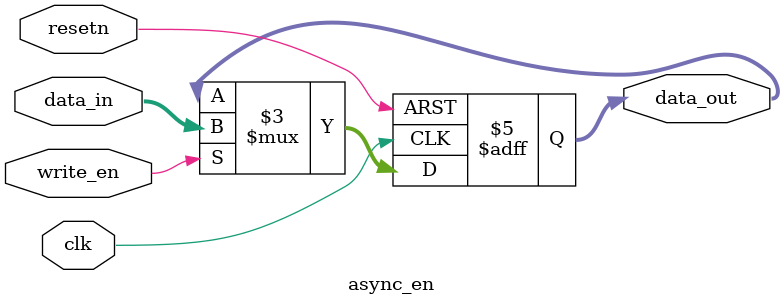
<source format=v>
/* Generated by Yosys 0.33 (git sha1 2584903a060) */
// Yosys Still reads as a mux
module async_en(data_in, clk, resetn, write_en, data_out);
  input clk;
  wire clk;
  input [15:0] data_in;
  wire [15:0] data_in;
  output [15:0] data_out;
  reg [15:0] data_out;
  input resetn;
  wire resetn;
  input write_en;
  wire write_en;
  always @(posedge clk, negedge resetn)
    if (!resetn) data_out <= 16'h0000;
    else if (write_en) data_out <= data_in;
endmodule

</source>
